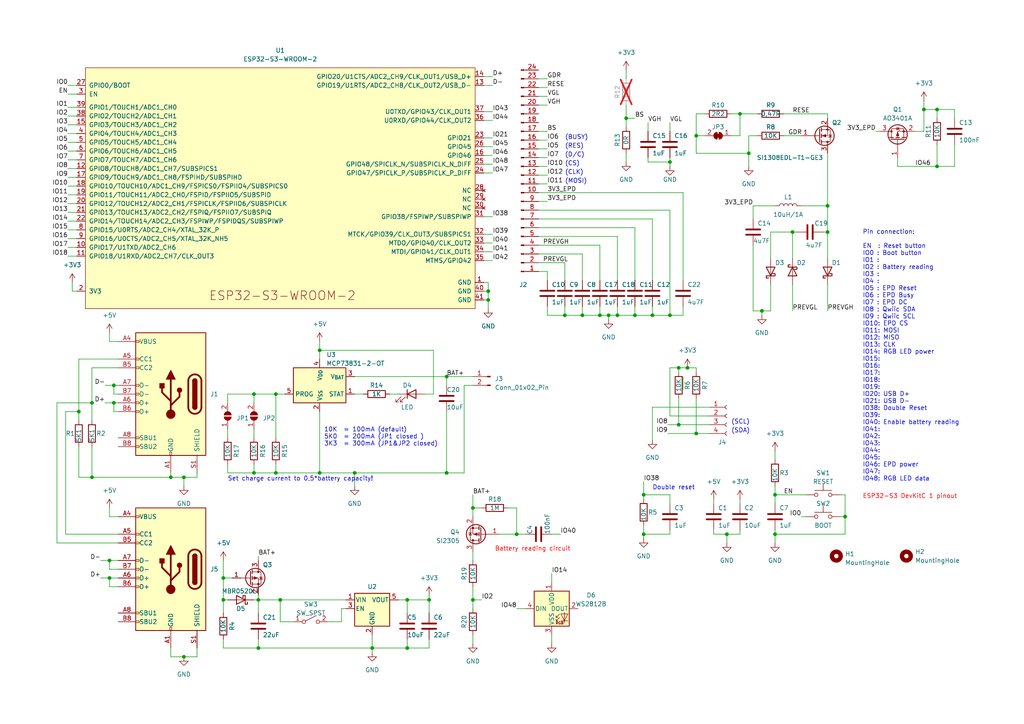
<source format=kicad_sch>
(kicad_sch (version 20230121) (generator eeschema)
  (paper "A4")
  (junction (at 129.54 137.16))
  (junction (at 141.605 86.995))
  (junction (at 92.71 101.6))
  (junction (at 229.87 67.31))
  (junction (at 49.53 138.43))
  (junction (at 214.63 33.02))
  (junction (at 124.46 173.99))
  (junction (at 194.31 46.99))
  (junction (at 31.75 167.64))
  (junction (at 176.53 91.44))
  (junction (at 189.23 91.44))
  (junction (at 267.97 31.75))
  (junction (at 118.11 173.99))
  (junction (at 22.86 119.38))
  (junction (at 64.77 167.64))
  (junction (at 31.75 162.56))
  (junction (at 199.39 106.68))
  (junction (at 245.11 149.86))
  (junction (at 149.86 154.94))
  (junction (at 240.03 59.69))
  (junction (at 33.02 116.84))
  (junction (at 210.82 154.94))
  (junction (at 137.16 147.32))
  (junction (at 137.16 173.99))
  (junction (at 74.93 173.99))
  (junction (at 73.66 137.16))
  (junction (at 173.99 91.44))
  (junction (at 196.85 123.19))
  (junction (at 179.07 91.44))
  (junction (at 201.93 39.37))
  (junction (at 102.87 137.16))
  (junction (at 240.03 67.31))
  (junction (at 129.54 109.22))
  (junction (at 163.83 91.44))
  (junction (at 26.67 116.84))
  (junction (at 168.91 91.44))
  (junction (at 181.61 34.29))
  (junction (at 141.605 84.455))
  (junction (at 224.79 143.51))
  (junction (at 271.78 31.75))
  (junction (at 220.98 90.17))
  (junction (at 53.34 138.43))
  (junction (at 80.01 137.16))
  (junction (at 186.69 154.94))
  (junction (at 184.15 91.44))
  (junction (at 53.34 190.5))
  (junction (at 201.93 125.73))
  (junction (at 196.85 106.68))
  (junction (at 186.69 143.51))
  (junction (at 118.11 187.96))
  (junction (at 33.02 111.76))
  (junction (at 73.66 114.3))
  (junction (at 194.31 91.44))
  (junction (at 74.93 187.96))
  (junction (at 80.01 114.3))
  (junction (at 224.79 154.94))
  (junction (at 81.28 173.99))
  (junction (at 92.71 137.16))
  (junction (at 26.67 138.43))
  (junction (at 107.95 187.96))
  (junction (at 64.77 173.99))
  (junction (at 271.78 48.26))
  (junction (at 217.17 44.45))
  (wire (pts (xy 125.73 101.6) (xy 92.71 101.6)))
  (wire (pts (xy 201.93 115.57) (xy 201.93 125.73)))
  (wire (pts (xy 74.93 173.99) (xy 74.93 177.8)))
  (wire (pts (xy 160.02 184.15) (xy 160.02 186.69)))
  (wire (pts (xy 223.52 74.93) (xy 223.52 67.31)))
  (wire (pts (xy 19.685 66.675) (xy 22.225 66.675)))
  (wire (pts (xy 73.66 173.99) (xy 74.93 173.99)))
  (wire (pts (xy 207.01 144.78) (xy 207.01 146.05)))
  (wire (pts (xy 276.86 34.29) (xy 276.86 31.75)))
  (wire (pts (xy 156.21 30.48) (xy 158.75 30.48)))
  (wire (pts (xy 201.93 44.45) (xy 217.17 44.45)))
  (wire (pts (xy 92.71 99.06) (xy 92.71 101.6)))
  (wire (pts (xy 57.15 190.5) (xy 57.15 187.96)))
  (wire (pts (xy 118.11 185.42) (xy 118.11 187.96)))
  (wire (pts (xy 156.21 50.8) (xy 158.75 50.8)))
  (wire (pts (xy 267.97 38.1) (xy 267.97 31.75)))
  (wire (pts (xy 64.77 187.96) (xy 74.93 187.96)))
  (wire (pts (xy 19.685 51.435) (xy 22.225 51.435)))
  (wire (pts (xy 176.53 91.44) (xy 179.07 91.44)))
  (wire (pts (xy 240.03 82.55) (xy 240.03 90.17)))
  (wire (pts (xy 19.685 74.295) (xy 22.225 74.295)))
  (wire (pts (xy 92.71 101.6) (xy 92.71 104.14)))
  (wire (pts (xy 26.67 121.92) (xy 26.67 116.84)))
  (wire (pts (xy 156.21 66.04) (xy 184.15 66.04)))
  (wire (pts (xy 57.15 137.16) (xy 57.15 138.43)))
  (wire (pts (xy 134.62 111.76) (xy 134.62 137.16)))
  (wire (pts (xy 34.29 99.06) (xy 31.75 99.06)))
  (wire (pts (xy 218.44 90.17) (xy 220.98 90.17)))
  (wire (pts (xy 74.93 172.72) (xy 74.93 173.99)))
  (wire (pts (xy 179.07 68.58) (xy 179.07 81.28)))
  (wire (pts (xy 156.21 27.94) (xy 158.75 27.94)))
  (wire (pts (xy 140.335 40.005) (xy 142.875 40.005)))
  (wire (pts (xy 260.35 48.26) (xy 271.78 48.26)))
  (wire (pts (xy 19.685 71.755) (xy 22.225 71.755)))
  (wire (pts (xy 232.41 149.86) (xy 233.68 149.86)))
  (wire (pts (xy 19.685 43.815) (xy 22.225 43.815)))
  (wire (pts (xy 118.11 173.99) (xy 118.11 177.8)))
  (wire (pts (xy 31.75 170.18) (xy 31.75 167.64)))
  (wire (pts (xy 196.85 115.57) (xy 196.85 123.19)))
  (wire (pts (xy 194.31 46.99) (xy 194.31 48.26)))
  (wire (pts (xy 156.21 43.18) (xy 158.75 43.18)))
  (wire (pts (xy 31.75 149.86) (xy 31.75 147.32)))
  (wire (pts (xy 223.52 82.55) (xy 223.52 90.17)))
  (wire (pts (xy 137.16 173.99) (xy 139.7 173.99)))
  (wire (pts (xy 33.02 116.84) (xy 34.29 116.84)))
  (wire (pts (xy 34.29 154.94) (xy 19.05 154.94)))
  (wire (pts (xy 81.28 173.99) (xy 81.28 180.34)))
  (wire (pts (xy 201.93 39.37) (xy 201.93 44.45)))
  (wire (pts (xy 168.91 88.9) (xy 168.91 91.44)))
  (wire (pts (xy 129.54 109.22) (xy 129.54 111.76)))
  (wire (pts (xy 74.93 185.42) (xy 74.93 187.96)))
  (wire (pts (xy 179.07 91.44) (xy 184.15 91.44)))
  (wire (pts (xy 137.16 170.18) (xy 137.16 173.99)))
  (wire (pts (xy 218.44 59.69) (xy 218.44 63.5)))
  (wire (pts (xy 33.02 111.76) (xy 33.02 114.3)))
  (wire (pts (xy 149.86 154.94) (xy 152.4 154.94)))
  (wire (pts (xy 198.12 109.22) (xy 198.12 113.03)))
  (wire (pts (xy 196.85 123.19) (xy 205.74 123.19)))
  (wire (pts (xy 223.52 67.31) (xy 229.87 67.31)))
  (wire (pts (xy 30.48 116.84) (xy 33.02 116.84)))
  (wire (pts (xy 22.86 119.38) (xy 22.86 121.92)))
  (wire (pts (xy 238.76 67.31) (xy 240.03 67.31)))
  (wire (pts (xy 229.87 67.31) (xy 231.14 67.31)))
  (wire (pts (xy 34.29 170.18) (xy 31.75 170.18)))
  (wire (pts (xy 147.32 147.32) (xy 149.86 147.32)))
  (wire (pts (xy 29.21 167.64) (xy 31.75 167.64)))
  (wire (pts (xy 74.93 161.29) (xy 74.93 162.56)))
  (wire (pts (xy 181.61 44.45) (xy 181.61 46.99)))
  (wire (pts (xy 156.21 38.1) (xy 158.75 38.1)))
  (wire (pts (xy 198.12 91.44) (xy 194.31 91.44)))
  (wire (pts (xy 217.17 39.37) (xy 217.17 44.45)))
  (wire (pts (xy 179.07 88.9) (xy 179.07 91.44)))
  (wire (pts (xy 137.16 111.76) (xy 134.62 111.76)))
  (wire (pts (xy 186.69 143.51) (xy 186.69 144.78)))
  (wire (pts (xy 141.605 81.915) (xy 141.605 84.455)))
  (wire (pts (xy 232.41 59.69) (xy 240.03 59.69)))
  (wire (pts (xy 224.79 143.51) (xy 224.79 146.05)))
  (wire (pts (xy 19.685 31.115) (xy 22.225 31.115)))
  (wire (pts (xy 156.21 48.26) (xy 158.75 48.26)))
  (wire (pts (xy 19.685 56.515) (xy 22.225 56.515)))
  (wire (pts (xy 176.53 91.44) (xy 176.53 92.71)))
  (wire (pts (xy 33.02 116.84) (xy 33.02 119.38)))
  (wire (pts (xy 74.93 173.99) (xy 81.28 173.99)))
  (wire (pts (xy 240.03 33.02) (xy 240.03 34.29)))
  (wire (pts (xy 140.335 73.025) (xy 142.875 73.025)))
  (wire (pts (xy 129.54 137.16) (xy 129.54 119.38)))
  (wire (pts (xy 224.79 153.67) (xy 224.79 154.94)))
  (wire (pts (xy 271.78 48.26) (xy 271.78 41.91)))
  (wire (pts (xy 156.21 60.96) (xy 194.31 60.96)))
  (wire (pts (xy 22.86 104.14) (xy 22.86 119.38)))
  (wire (pts (xy 107.95 187.96) (xy 107.95 189.23)))
  (wire (pts (xy 66.04 134.62) (xy 66.04 137.16)))
  (wire (pts (xy 102.87 114.3) (xy 105.41 114.3)))
  (wire (pts (xy 229.87 67.31) (xy 229.87 74.93)))
  (wire (pts (xy 227.33 39.37) (xy 232.41 39.37)))
  (wire (pts (xy 137.16 184.15) (xy 137.16 186.69)))
  (wire (pts (xy 137.16 143.51) (xy 137.16 147.32)))
  (wire (pts (xy 201.93 33.02) (xy 201.93 39.37)))
  (wire (pts (xy 186.69 154.94) (xy 186.69 156.21)))
  (wire (pts (xy 186.69 152.4) (xy 186.69 154.94)))
  (wire (pts (xy 156.21 63.5) (xy 189.23 63.5)))
  (wire (pts (xy 64.77 167.64) (xy 64.77 173.99)))
  (wire (pts (xy 140.335 86.995) (xy 141.605 86.995)))
  (wire (pts (xy 184.15 91.44) (xy 189.23 91.44)))
  (wire (pts (xy 196.85 107.95) (xy 196.85 106.68)))
  (wire (pts (xy 102.87 109.22) (xy 129.54 109.22)))
  (wire (pts (xy 158.75 78.74) (xy 156.21 78.74)))
  (wire (pts (xy 73.66 124.46) (xy 73.66 127)))
  (wire (pts (xy 163.83 91.44) (xy 168.91 91.44)))
  (wire (pts (xy 168.91 73.66) (xy 168.91 81.28)))
  (wire (pts (xy 22.86 138.43) (xy 26.67 138.43)))
  (wire (pts (xy 219.71 39.37) (xy 217.17 39.37)))
  (wire (pts (xy 66.04 114.3) (xy 73.66 114.3)))
  (wire (pts (xy 53.34 190.5) (xy 57.15 190.5)))
  (wire (pts (xy 118.11 187.96) (xy 107.95 187.96)))
  (wire (pts (xy 92.71 119.38) (xy 92.71 137.16)))
  (wire (pts (xy 140.335 42.545) (xy 142.875 42.545)))
  (wire (pts (xy 173.99 71.12) (xy 173.99 81.28)))
  (wire (pts (xy 26.67 116.84) (xy 26.67 106.68)))
  (wire (pts (xy 22.225 84.455) (xy 20.955 84.455)))
  (wire (pts (xy 64.77 167.64) (xy 67.31 167.64)))
  (wire (pts (xy 53.34 138.43) (xy 57.15 138.43)))
  (wire (pts (xy 181.61 34.29) (xy 181.61 36.83)))
  (wire (pts (xy 49.53 187.96) (xy 49.53 190.5)))
  (wire (pts (xy 102.87 137.16) (xy 102.87 140.97)))
  (wire (pts (xy 220.98 91.44) (xy 220.98 90.17)))
  (wire (pts (xy 181.61 34.29) (xy 184.15 34.29)))
  (wire (pts (xy 137.16 147.32) (xy 139.7 147.32)))
  (wire (pts (xy 81.28 173.99) (xy 100.33 173.99)))
  (wire (pts (xy 212.09 39.37) (xy 214.63 39.37)))
  (wire (pts (xy 124.46 172.72) (xy 124.46 173.99)))
  (wire (pts (xy 16.51 157.48) (xy 16.51 116.84)))
  (wire (pts (xy 186.69 154.94) (xy 194.31 154.94)))
  (wire (pts (xy 140.335 70.485) (xy 142.875 70.485)))
  (wire (pts (xy 205.74 120.65) (xy 194.31 120.65)))
  (wire (pts (xy 19.685 46.355) (xy 22.225 46.355)))
  (wire (pts (xy 224.79 143.51) (xy 233.68 143.51)))
  (wire (pts (xy 254 38.1) (xy 255.27 38.1)))
  (wire (pts (xy 31.75 162.56) (xy 34.29 162.56)))
  (wire (pts (xy 271.78 34.29) (xy 271.78 31.75)))
  (wire (pts (xy 245.11 154.94) (xy 245.11 149.86)))
  (wire (pts (xy 107.95 184.15) (xy 107.95 187.96)))
  (wire (pts (xy 267.97 31.75) (xy 267.97 29.21)))
  (wire (pts (xy 243.84 143.51) (xy 245.11 143.51)))
  (wire (pts (xy 92.71 137.16) (xy 102.87 137.16)))
  (wire (pts (xy 19.685 36.195) (xy 22.225 36.195)))
  (wire (pts (xy 156.21 22.86) (xy 158.75 22.86)))
  (wire (pts (xy 113.03 114.3) (xy 115.57 114.3)))
  (wire (pts (xy 158.75 78.74) (xy 158.75 81.28)))
  (wire (pts (xy 184.15 88.9) (xy 184.15 91.44)))
  (wire (pts (xy 140.335 45.085) (xy 142.875 45.085)))
  (wire (pts (xy 156.21 25.4) (xy 158.75 25.4)))
  (wire (pts (xy 137.16 147.32) (xy 137.16 149.86)))
  (wire (pts (xy 99.06 180.34) (xy 99.06 176.53)))
  (wire (pts (xy 66.04 137.16) (xy 73.66 137.16)))
  (wire (pts (xy 158.75 91.44) (xy 163.83 91.44)))
  (wire (pts (xy 187.96 46.99) (xy 194.31 46.99)))
  (wire (pts (xy 137.16 173.99) (xy 137.16 176.53)))
  (wire (pts (xy 218.44 71.12) (xy 218.44 90.17)))
  (wire (pts (xy 34.29 165.1) (xy 31.75 165.1)))
  (wire (pts (xy 223.52 90.17) (xy 220.98 90.17)))
  (wire (pts (xy 189.23 63.5) (xy 189.23 81.28)))
  (wire (pts (xy 30.48 111.76) (xy 33.02 111.76)))
  (wire (pts (xy 201.93 125.73) (xy 205.74 125.73)))
  (wire (pts (xy 53.34 138.43) (xy 53.34 140.97)))
  (wire (pts (xy 34.29 104.14) (xy 22.86 104.14)))
  (wire (pts (xy 194.31 35.56) (xy 194.31 38.1)))
  (wire (pts (xy 22.86 129.54) (xy 22.86 138.43)))
  (wire (pts (xy 19.05 154.94) (xy 19.05 119.38)))
  (wire (pts (xy 140.335 67.945) (xy 142.875 67.945)))
  (wire (pts (xy 243.84 149.86) (xy 245.11 149.86)))
  (wire (pts (xy 201.93 107.95) (xy 201.93 106.68)))
  (wire (pts (xy 276.86 31.75) (xy 271.78 31.75)))
  (wire (pts (xy 64.77 162.56) (xy 64.77 167.64)))
  (wire (pts (xy 124.46 187.96) (xy 118.11 187.96)))
  (wire (pts (xy 187.96 35.56) (xy 187.96 38.1)))
  (wire (pts (xy 267.97 31.75) (xy 271.78 31.75)))
  (wire (pts (xy 73.66 134.62) (xy 73.66 137.16)))
  (wire (pts (xy 173.99 91.44) (xy 176.53 91.44)))
  (wire (pts (xy 224.79 154.94) (xy 224.79 157.48)))
  (wire (pts (xy 20.955 84.455) (xy 20.955 81.915)))
  (wire (pts (xy 19.685 59.055) (xy 22.225 59.055)))
  (wire (pts (xy 210.82 154.94) (xy 210.82 157.48)))
  (wire (pts (xy 31.75 96.52) (xy 31.75 99.06)))
  (wire (pts (xy 207.01 153.67) (xy 207.01 154.94)))
  (wire (pts (xy 29.21 162.56) (xy 31.75 162.56)))
  (wire (pts (xy 194.31 45.72) (xy 194.31 46.99)))
  (wire (pts (xy 19.05 119.38) (xy 22.86 119.38)))
  (wire (pts (xy 49.53 138.43) (xy 53.34 138.43)))
  (wire (pts (xy 214.63 33.02) (xy 219.71 33.02)))
  (wire (pts (xy 49.53 137.16) (xy 49.53 138.43)))
  (wire (pts (xy 80.01 114.3) (xy 82.55 114.3)))
  (wire (pts (xy 160.02 154.94) (xy 162.56 154.94)))
  (wire (pts (xy 102.87 137.16) (xy 129.54 137.16)))
  (wire (pts (xy 19.685 38.735) (xy 22.225 38.735)))
  (wire (pts (xy 34.29 157.48) (xy 16.51 157.48)))
  (wire (pts (xy 224.79 140.97) (xy 224.79 143.51)))
  (wire (pts (xy 240.03 59.69) (xy 240.03 67.31)))
  (wire (pts (xy 260.35 45.72) (xy 260.35 48.26)))
  (wire (pts (xy 33.02 111.76) (xy 34.29 111.76)))
  (wire (pts (xy 49.53 190.5) (xy 53.34 190.5)))
  (wire (pts (xy 194.31 106.68) (xy 196.85 106.68)))
  (wire (pts (xy 31.75 162.56) (xy 31.75 165.1)))
  (wire (pts (xy 19.685 48.895) (xy 22.225 48.895)))
  (wire (pts (xy 156.21 76.2) (xy 163.83 76.2)))
  (wire (pts (xy 193.675 123.19) (xy 196.85 123.19)))
  (wire (pts (xy 245.11 143.51) (xy 245.11 149.86)))
  (wire (pts (xy 156.21 71.12) (xy 173.99 71.12)))
  (wire (pts (xy 196.85 106.68) (xy 199.39 106.68)))
  (wire (pts (xy 217.17 44.45) (xy 217.17 48.26)))
  (wire (pts (xy 212.09 33.02) (xy 214.63 33.02)))
  (wire (pts (xy 204.47 33.02) (xy 201.93 33.02)))
  (wire (pts (xy 193.675 125.73) (xy 201.93 125.73)))
  (wire (pts (xy 198.12 88.9) (xy 198.12 91.44)))
  (wire (pts (xy 19.685 41.275) (xy 22.225 41.275)))
  (wire (pts (xy 227.33 33.02) (xy 240.03 33.02)))
  (wire (pts (xy 115.57 173.99) (xy 118.11 173.99)))
  (wire (pts (xy 156.21 58.42) (xy 158.75 58.42)))
  (wire (pts (xy 141.605 86.995) (xy 141.605 89.535)))
  (wire (pts (xy 163.83 76.2) (xy 163.83 81.28)))
  (wire (pts (xy 189.23 118.11) (xy 189.23 127.635)))
  (wire (pts (xy 156.21 45.72) (xy 158.75 45.72)))
  (wire (pts (xy 149.86 147.32) (xy 149.86 154.94)))
  (wire (pts (xy 26.67 129.54) (xy 26.67 138.43)))
  (wire (pts (xy 201.93 106.68) (xy 199.39 106.68)))
  (wire (pts (xy 129.54 109.22) (xy 137.16 109.22)))
  (wire (pts (xy 80.01 137.16) (xy 92.71 137.16)))
  (wire (pts (xy 168.91 91.44) (xy 173.99 91.44)))
  (wire (pts (xy 194.31 120.65) (xy 194.31 106.68)))
  (wire (pts (xy 74.93 187.96) (xy 107.95 187.96)))
  (wire (pts (xy 229.87 82.55) (xy 229.87 90.17)))
  (wire (pts (xy 19.685 53.975) (xy 22.225 53.975)))
  (wire (pts (xy 140.335 34.925) (xy 142.875 34.925)))
  (wire (pts (xy 276.86 48.26) (xy 271.78 48.26)))
  (wire (pts (xy 186.69 139.7) (xy 186.69 143.51)))
  (wire (pts (xy 34.29 114.3) (xy 33.02 114.3)))
  (wire (pts (xy 240.03 44.45) (xy 240.03 59.69)))
  (wire (pts (xy 224.79 154.94) (xy 245.11 154.94)))
  (wire (pts (xy 156.21 73.66) (xy 168.91 73.66)))
  (wire (pts (xy 73.66 137.16) (xy 80.01 137.16)))
  (wire (pts (xy 160.02 166.37) (xy 160.02 168.91)))
  (wire (pts (xy 140.335 75.565) (xy 142.875 75.565)))
  (wire (pts (xy 140.335 47.625) (xy 142.875 47.625)))
  (wire (pts (xy 184.15 66.04) (xy 184.15 81.28)))
  (wire (pts (xy 201.93 39.37) (xy 204.47 39.37)))
  (wire (pts (xy 198.12 81.28) (xy 198.12 55.88)))
  (wire (pts (xy 156.21 68.58) (xy 179.07 68.58)))
  (wire (pts (xy 125.73 114.3) (xy 125.73 101.6)))
  (wire (pts (xy 123.19 114.3) (xy 125.73 114.3)))
  (wire (pts (xy 224.79 130.81) (xy 224.79 133.35)))
  (wire (pts (xy 187.96 45.72) (xy 187.96 46.99)))
  (wire (pts (xy 73.66 116.84) (xy 73.66 114.3)))
  (wire (pts (xy 140.335 62.865) (xy 142.875 62.865)))
  (wire (pts (xy 158.75 88.9) (xy 158.75 91.44)))
  (wire (pts (xy 194.31 146.05) (xy 194.31 143.51)))
  (wire (pts (xy 124.46 185.42) (xy 124.46 187.96)))
  (wire (pts (xy 140.335 84.455) (xy 141.605 84.455)))
  (wire (pts (xy 205.74 118.11) (xy 189.23 118.11)))
  (wire (pts (xy 240.03 67.31) (xy 240.03 74.93)))
  (wire (pts (xy 210.82 154.94) (xy 214.63 154.94)))
  (wire (pts (xy 140.335 50.165) (xy 142.875 50.165)))
  (wire (pts (xy 118.11 173.99) (xy 124.46 173.99)))
  (wire (pts (xy 31.75 167.64) (xy 34.29 167.64)))
  (wire (pts (xy 156.21 53.34) (xy 158.75 53.34)))
  (wire (pts (xy 181.61 30.48) (xy 181.61 34.29)))
  (wire (pts (xy 95.25 180.34) (xy 99.06 180.34)))
  (wire (pts (xy 214.63 154.94) (xy 214.63 153.67)))
  (wire (pts (xy 134.62 137.16) (xy 129.54 137.16)))
  (wire (pts (xy 64.77 173.99) (xy 64.77 177.8)))
  (wire (pts (xy 156.21 40.64) (xy 158.75 40.64)))
  (wire (pts (xy 189.23 91.44) (xy 189.23 88.9)))
  (wire (pts (xy 19.685 33.655) (xy 22.225 33.655)))
  (wire (pts (xy 64.77 185.42) (xy 64.77 187.96)))
  (wire (pts (xy 73.66 114.3) (xy 80.01 114.3)))
  (wire (pts (xy 19.685 27.305) (xy 22.225 27.305)))
  (wire (pts (xy 19.685 64.135) (xy 22.225 64.135)))
  (wire (pts (xy 186.69 143.51) (xy 194.31 143.51)))
  (wire (pts (xy 26.67 106.68) (xy 34.29 106.68)))
  (wire (pts (xy 214.63 39.37) (xy 214.63 33.02)))
  (wire (pts (xy 80.01 134.62) (xy 80.01 137.16)))
  (wire (pts (xy 99.06 176.53) (xy 100.33 176.53)))
  (wire (pts (xy 66.04 124.46) (xy 66.04 127)))
  (wire (pts (xy 16.51 116.84) (xy 26.67 116.84)))
  (wire (pts (xy 141.605 84.455) (xy 141.605 86.995)))
  (wire (pts (xy 34.29 119.38) (xy 33.02 119.38)))
  (wire (pts (xy 80.01 127) (xy 80.01 114.3)))
  (wire (pts (xy 137.16 160.02) (xy 137.16 162.56)))
  (wire (pts (xy 124.46 173.99) (xy 124.46 177.8)))
  (wire (pts (xy 64.77 173.99) (xy 66.04 173.99)))
  (wire (pts (xy 194.31 91.44) (xy 189.23 91.44)))
  (wire (pts (xy 140.335 24.765) (xy 142.875 24.765)))
  (wire (pts (xy 26.67 138.43) (xy 49.53 138.43)))
  (wire (pts (xy 144.78 154.94) (xy 149.86 154.94)))
  (wire (pts (xy 19.685 24.765) (xy 22.225 24.765)))
  (wire (pts (xy 163.83 88.9) (xy 163.83 91.44)))
  (wire (pts (xy 34.29 149.86) (xy 31.75 149.86)))
  (wire (pts (xy 19.685 61.595) (xy 22.225 61.595)))
  (wire (pts (xy 173.99 88.9) (xy 173.99 91.44)))
  (wire (pts (xy 198.12 55.88) (xy 156.21 55.88)))
  (wire (pts (xy 66.04 116.84) (xy 66.04 114.3)))
  (wire (pts (xy 265.43 38.1) (xy 267.97 38.1)))
  (wire (pts (xy 149.86 176.53) (xy 152.4 176.53)))
  (wire (pts (xy 19.685 69.215) (xy 22.225 69.215)))
  (wire (pts (xy 140.335 22.225) (xy 142.875 22.225)))
  (wire (pts (xy 214.63 144.78) (xy 214.63 146.05)))
  (wire (pts (xy 81.28 180.34) (xy 85.09 180.34)))
  (wire (pts (xy 181.61 20.32) (xy 181.61 22.86)))
  (wire (pts (xy 194.31 153.67) (xy 194.31 154.94)))
  (wire (pts (xy 194.31 60.96) (xy 194.31 91.44)))
  (wire (pts (xy 140.335 81.915) (xy 141.605 81.915)))
  (wire (pts (xy 207.01 154.94) (xy 210.82 154.94)))
  (wire (pts (xy 140.335 32.385) (xy 142.875 32.385)))
  (wire (pts (xy 276.86 41.91) (xy 276.86 48.26)))
  (wire (pts (xy 218.44 59.69) (xy 224.79 59.69)))
  (text "(RES)\n" (at 163.83 43.18 0) (effects (font (size 1.27 1.27)) (justify left bottom)))
  (text "(D/C)\n" (at 163.83 45.72 0) (effects (font (size 1.27 1.27)) (justify left bottom)))
  (text "Battery reading circuit" (at 143.51 160.02 0) (effects (font (size 1.27 1.27)) (justify left bottom)))
  (text "(SCL)" (at 212.09 123.19 0) (effects (font (size 1.27 1.27)) (justify left bottom)))
  (text "(CLK)\n" (at 163.83 50.8 0) (effects (font (size 1.27 1.27)) (justify left bottom)))
  (text "(SDA)\n" (at 212.09 125.73 0) (effects (font (size 1.27 1.27)) (justify left bottom)))
  (text "10K  = 100mA (default)\n5K0  = 200mA (JP1 closed )\n3K3  = 300mA (JP1&JP2 closed)" (at 93.98 129.54 0) (effects (font (size 1.27 1.27)) (justify left bottom)))
  (text "(BUSY)" (at 163.83 40.64 0) (effects (font (size 1.27 1.27)) (justify left bottom)))
  (text "Double reset" (at 189.23 142.24 0) (effects (font (size 1.27 1.27)) (justify left bottom)))
  (text "(MOSI)\n" (at 163.83 53.34 0) (effects (font (size 1.27 1.27)) (justify left bottom)))
  (text "Set charge current to 0,5*battery capacity!" (at 66.04 139.7 0) (effects (font (size 1.27 1.27)) (justify left bottom)))
  (text "Pin connection: \n\nEN  : Reset button\nIO0 : Boot button\nIO1 :\nIO2 : Battery reading\nIO3 : \nIO4 : \nIO5 : EPD Reset\nIO6 : EPD Busy \nIO7 : EPD DC\nIO8 : Qwiic SDA\nIO9 : Qwiic SCL\nIO10: EPD CS\nIO11: MOSI\nIO12: MISO\nIO13: CLK\nIO14: RGB LED power\nIO15: \nIO16: \nIO17:\nIO18: \nIO19:\nIO20: USB D+\nIO21: USB D-\nIO38: Double Reset\nIO39: \nIO40: Enable battery reading\nIO41: \nIO42: \nIO43: \nIO44:\nIO45:\nIO46: EPD power\nIO47:\nIO48: RGB LED data\n" (at 250.19 139.7 0) (effects (font (size 1.27 1.27)) (justify left bottom)))
  (text "(CS)\n" (at 163.83 48.26 0) (effects (font (size 1.27 1.27)) (justify left bottom)))
  (text "ESP32-S3 DevKitC 1 pinout" (at 250.19 144.78 0) (effects (font (size 1.27 1.27)) (justify left bottom)))
  (label "IO10" (at 19.685 53.975 180))
  (label "VGH" (at 187.96 35.56 0))
  (label "IO44" (at 142.875 34.925 0))
  (label "IO40" (at 142.875 70.485 0))
  (label "D-" (at 142.875 24.765 0))
  (label "GDR" (at 228.6 39.37 0))
  (label "BS" (at 184.15 34.29 0))
  (label "IO0" (at 19.685 24.765 180))
  (label "BAT+" (at 129.54 109.22 0))
  (label "BAT+" (at 74.93 161.29 0))
  (label "IO8" (at 193.675 123.19 180))
  (label "PREVGL" (at 229.87 90.17 0))
  (label "PREVGL" (at 157.48 76.2 0))
  (label "IO48" (at 142.875 47.625 0))
  (label "3V3_EPD" (at 158.75 55.88 0))
  (label "IO48" (at 149.86 176.53 180))
  (label "IO2" (at 139.7 173.99 0))
  (label "3V3_EPD" (at 254 38.1 180))
  (label "BS" (at 158.75 38.1 0))
  (label "IO38" (at 142.875 62.865 0))
  (label "VGL" (at 194.31 35.56 0))
  (label "D-" (at 29.21 162.56 180))
  (label "3V3_EPD" (at 158.75 58.42 0))
  (label "IO41" (at 142.875 73.025 0))
  (label "RESE" (at 229.87 33.02 0))
  (label "IO12" (at 19.685 59.055 180))
  (label "PREVGH" (at 240.03 90.17 0))
  (label "PREVGH" (at 157.48 71.12 0))
  (label "IO7" (at 158.75 45.72 0))
  (label "IO39" (at 142.875 67.945 0))
  (label "IO45" (at 142.875 42.545 0))
  (label "IO15" (at 19.685 66.675 180))
  (label "BAT+" (at 137.16 143.51 0))
  (label "IO14" (at 19.685 64.135 180))
  (label "3V3_EPD" (at 218.44 59.69 180))
  (label "IO9" (at 193.675 125.73 180))
  (label "IO42" (at 142.875 75.565 0))
  (label "IO5" (at 158.75 43.18 0))
  (label "IO46" (at 142.875 45.085 0))
  (label "IO2" (at 19.685 33.655 180))
  (label "IO16" (at 19.685 69.215 180))
  (label "IO5" (at 19.685 41.275 180))
  (label "IO12" (at 158.75 50.8 0))
  (label "IO3" (at 19.685 36.195 180))
  (label "D+" (at 29.21 167.64 180))
  (label "IO7" (at 19.685 46.355 180))
  (label "IO46" (at 265.43 48.26 0))
  (label "IO21" (at 142.875 40.005 0))
  (label "EN" (at 227.33 143.51 0))
  (label "IO1" (at 19.685 31.115 180))
  (label "D+" (at 142.875 22.225 0))
  (label "IO38" (at 186.69 139.7 0))
  (label "IO13" (at 19.685 61.595 180))
  (label "IO43" (at 142.875 32.385 0))
  (label "IO47" (at 142.875 50.165 0))
  (label "D-" (at 30.48 111.76 180))
  (label "GDR" (at 158.75 22.86 0))
  (label "D+" (at 30.48 116.84 180))
  (label "IO17" (at 19.685 71.755 180))
  (label "IO9" (at 19.685 51.435 180))
  (label "IO40" (at 162.56 154.94 0))
  (label "IO11" (at 19.685 56.515 180))
  (label "VGL" (at 158.75 27.94 0))
  (label "IO6" (at 158.75 40.64 0))
  (label "EN" (at 19.685 27.305 180))
  (label "IO11" (at 158.75 53.34 0))
  (label "IO18" (at 19.685 74.295 180))
  (label "VGH" (at 158.75 30.48 0))
  (label "IO4" (at 19.685 38.735 180))
  (label "IO0" (at 232.41 149.86 180))
  (label "RESE" (at 158.75 25.4 0))
  (label "IO6" (at 19.685 43.815 180))
  (label "IO10" (at 158.75 48.26 0))
  (label "IO8" (at 19.685 48.895 180))
  (label "IO14" (at 160.02 166.37 0))
  (symbol (lib_id "Device:C") (at 218.44 67.31 0) (unit 1)
    (property "Reference" "C14" (at 219.71 64.77 0) (effects (justify left)))
    (property "Value" "4u7F" (at 218.44 69.85 0) (effects (justify left)))
    (property "Footprint" "Capacitor_SMD:C_0805_2012Metric" (effects hide))
  )
  (symbol (lib_id "Device:R") (at 208.28 33.02 270) (unit 1)
    (property "Reference" "R10" (at 208.28 30.48 90))
    (property "Value" "2R2" (at 208.28 33.02 90))
    (property "Footprint" "Resistor_SMD:R_0805_2012Metric" (effects hide))
  )
  (symbol (lib_id "power:+3V3") (at 214.63 144.78 0) (unit 1)
    (property "Reference" "#PWR09" (effects hide))
    (property "Value" "+3V3" (at 214.63 139.7 0))
  )
  (symbol (lib_id "Device:R") (at 64.77 181.61 180) (unit 1)
    (property "Reference" "R4" (at 67.31 181.61 90))
    (property "Value" "10K" (at 64.77 181.61 90))
    (property "Footprint" "Resistor_SMD:R_0805_2012Metric" (effects hide))
  )
  (symbol (lib_id "Device:C") (at 194.31 41.91 0) (unit 1)
    (property "Reference" "C16" (at 195.58 39.37 0) (effects (justify left)))
    (property "Value" "1uF" (at 195.58 44.45 0) (effects (justify left)))
    (property "Footprint" "Capacitor_SMD:C_0805_2012Metric" (effects hide))
  )
  (symbol (lib_id "power:GND") (at 194.31 48.26 0) (unit 1)
    (property "Reference" "#PWR019" (effects hide))
    (property "Value" "GND" (at 194.31 52.07 0))
  )
  (symbol (lib_id "Device:R") (at 109.22 114.3 270) (unit 1)
    (property "Reference" "R14" (at 109.22 111.76 90))
    (property "Value" "1K" (at 109.22 114.3 90))
    (property "Footprint" "Resistor_SMD:R_0805_2012Metric" (effects hide))
  )
  (symbol (lib_id "power:GND") (at 107.95 189.23 0) (unit 1)
    (property "Reference" "#PWR013" (effects hide))
    (property "Value" "GND" (at 107.95 194.31 0))
  )
  (symbol (lib_id "Device:R") (at 80.01 130.81 180) (unit 1)
    (property "Reference" "R15" (at 82.55 130.81 90))
    (property "Value" "10K" (at 80.01 130.81 90))
    (property "Footprint" "Resistor_SMD:R_0805_2012Metric" (effects hide))
  )
  (symbol (lib_id "Switch:SW_Push") (at 238.76 143.51 0) (unit 1)
    (property "Reference" "SW1" (at 238.76 137.16 0))
    (property "Value" "RESET" (at 238.76 139.7 0))
    (property "Footprint" "Button_Switch_SMD:SW_Push_1P1T_NO_CK_KMR2" (effects hide))
  )
  (symbol (lib_id "Device:C") (at 158.75 85.09 0) (unit 1)
    (property "Reference" "C10" (at 160.02 82.55 0) (effects (justify left)))
    (property "Value" "1uF" (at 160.02 87.63 0) (effects (justify left)))
    (property "Footprint" "Capacitor_SMD:C_0805_2012Metric" (effects hide))
  )
  (symbol (lib_id "power:+5V") (at 31.75 96.52 0) (unit 1)
    (property "Reference" "#PWR01" (effects hide))
    (property "Value" "+5V" (at 31.75 91.44 0))
  )
  (symbol (lib_id "Device:C") (at 214.63 149.86 0) (unit 1)
    (property "Reference" "C2" (at 215.9 147.32 0) (effects (justify left)))
    (property "Value" "10uF" (at 215.9 152.4 0) (effects (justify left)))
    (property "Footprint" "Capacitor_SMD:C_0805_2012Metric" (effects hide))
  )
  (symbol (lib_id "Diode:MBR0520LT") (at 69.85 173.99 180) (unit 1)
    (property "Reference" "D5" (at 69.85 176.53 0))
    (property "Value" "MBR0520LT" (at 69.85 171.45 0))
    (property "Footprint" "Diode_SMD:D_SOD-123" (effects hide))
    (property "Datasheet" "http://www.onsemi.com/pub_link/Collateral/MBR0520LT1-D.PDF" (effects hide))
  )
  (symbol (lib_id "power:+5V") (at 207.01 144.78 0) (unit 1)
    (property "Reference" "#PWR08" (effects hide))
    (property "Value" "+5V" (at 207.01 139.7 0))
  )
  (symbol (lib_id "power:GND") (at 210.82 157.48 0) (unit 1)
    (property "Reference" "#PWR011" (effects hide))
    (property "Value" "GND" (at 210.82 162.56 0))
  )
  (symbol (lib_id "Device:C") (at 173.99 85.09 0) (unit 1)
    (property "Reference" "C17" (at 175.26 82.55 0) (effects (justify left)))
    (property "Value" "1uF" (at 175.26 87.63 0) (effects (justify left)))
    (property "Footprint" "Capacitor_SMD:C_0805_2012Metric" (effects hide))
  )
  (symbol (lib_id "power:GND") (at 160.02 186.69 0) (unit 1)
    (property "Reference" "#PWR026" (effects hide))
    (property "Value" "GND" (at 160.02 191.77 0))
  )
  (symbol (lib_id "power:GND") (at 224.79 157.48 0) (unit 1)
    (property "Reference" "#PWR016" (effects hide))
    (property "Value" "GND" (at 224.79 162.56 0))
  )
  (symbol (lib_id "Diode:MBR0520LT") (at 229.87 78.74 90) (mirror x) (unit 1)
    (property "Reference" "D2" (at 232.41 76.2 90))
    (property "Value" "MBR0530" (effects hide))
    (property "Footprint" "Diode_SMD:D_SOD-123" (effects hide))
    (property "Datasheet" "http://www.onsemi.com/pub_link/Collateral/MBR0520LT1-D.PDF" (effects hide))
  )
  (symbol (lib_id "Device:R") (at 137.16 180.34 0) (unit 1)
    (property "Reference" "R20" (at 134.62 180.34 90))
    (property "Value" "10K" (at 137.16 180.34 90))
    (property "Footprint" "Resistor_SMD:R_0805_2012Metric" (effects hide))
  )
  (symbol (lib_id "Device:C") (at 207.01 149.86 0) (unit 1)
    (property "Reference" "C1" (at 208.28 147.32 0) (effects (justify left)))
    (property "Value" "1uF" (at 208.28 152.4 0) (effects (justify left)))
    (property "Footprint" "Capacitor_SMD:C_0805_2012Metric" (effects hide))
  )
  (symbol (lib_id "Device:C") (at 189.23 85.09 0) (unit 1)
    (property "Reference" "C12" (at 190.5 82.55 0) (effects (justify left)))
    (property "Value" "1uF" (at 190.5 87.63 0) (effects (justify left)))
    (property "Footprint" "Capacitor_SMD:C_0805_2012Metric" (effects hide))
  )
  (symbol (lib_id "power:+3V3") (at 224.79 130.81 0) (unit 1)
    (property "Reference" "#PWR05" (effects hide))
    (property "Value" "+3V3" (at 224.79 125.73 0))
  )
  (symbol (lib_id "power:+3V3") (at 20.955 81.915 0) (unit 1)
    (property "Reference" "#PWR03" (effects hide))
    (property "Value" "+3V3" (at 20.955 76.835 0))
  )
  (symbol (lib_id "power:GND") (at 141.605 89.535 0) (unit 1)
    (property "Reference" "#PWR04" (effects hide))
    (property "Value" "GND" (at 141.605 94.615 0))
  )
  (symbol (lib_id "Device:R") (at 223.52 33.02 270) (unit 1)
    (property "Reference" "R9" (at 223.52 30.48 90))
    (property "Value" "0,47R" (at 223.52 33.02 90))
    (property "Footprint" "Resistor_SMD:R_0805_2012Metric" (effects hide))
  )
  (symbol (lib_id "Device:C") (at 234.95 67.31 270) (unit 1)
    (property "Reference" "C19" (at 236.22 64.77 90) (effects (justify left)))
    (property "Value" "4u7F" (at 233.68 71.12 90) (effects (justify left)))
    (property "Footprint" "Capacitor_SMD:C_0805_2012Metric" (effects hide))
  )
  (symbol (lib_id "Transistor_FET:DMG2301L") (at 260.35 40.64 90) (unit 1)
    (property "Reference" "Q1" (at 260.35 31.75 90))
    (property "Value" "AO3401A" (at 260.35 34.29 90))
    (property "Footprint" "Package_TO_SOT_SMD:SOT-23" (effects hide))
    (property "Datasheet" "https://www.diodes.com/assets/Datasheets/DMG2301L.pdf" (effects hide))
  )
  (symbol (lib_id "Switch:SW_Push") (at 238.76 149.86 0) (unit 1)
    (property "Reference" "SW2" (at 238.76 146.05 0))
    (property "Value" "BOOT" (at 238.76 152.4 0))
    (property "Footprint" "Button_Switch_SMD:SW_Push_1P1T_NO_CK_KMR2" (effects hide))
  )
  (symbol (lib_id "Device:C") (at 74.93 181.61 0) (unit 1)
    (property "Reference" "C21" (at 76.2 179.07 0) (effects (justify left)))
    (property "Value" "22uF" (at 76.2 184.15 0) (effects (justify left)))
    (property "Footprint" "Capacitor_SMD:C_0805_2012Metric" (effects hide))
  )
  (symbol (lib_id "Device:LED") (at 119.38 114.3 0) (unit 1)
    (property "Reference" "D4" (at 118.11 111.76 0))
    (property "Value" "LED" (at 118.11 118.11 0))
    (property "Footprint" "Diode_SMD:D_0805_2012Metric" (effects hide))
  )
  (symbol (lib_id "Transistor_FET:DMG2301L") (at 72.39 167.64 0) (unit 1)
    (property "Reference" "Q3" (at 76.2 163.83 0) (effects (justify left)))
    (property "Value" "DMP2045U-7" (effects hide))
    (property "Footprint" "Package_TO_SOT_SMD:SOT-23" (effects hide))
    (property "Datasheet" "https://www.diodes.com/assets/Datasheets/DMG2301L.pdf" (effects hide))
  )
  (symbol (lib_id "power:GND") (at 53.34 140.97 0) (unit 1)
    (property "Reference" "#PWR02" (effects hide))
    (property "Value" "GND" (at 53.34 146.05 0))
  )
  (symbol (lib_id "Regulator_Linear:AP2112K-3.3") (at 107.95 176.53 0) (unit 1)
    (property "Reference" "U2" (at 107.95 170.18 0))
    (property "Value" "AP2112K-3.3" (effects hide))
    (property "Footprint" "Package_TO_SOT_SMD:SOT-23-5" (effects hide))
    (property "Datasheet" "https://www.diodes.com/assets/Datasheets/AP2112.pdf" (effects hide))
  )
  (symbol (lib_id "Device:C") (at 129.54 115.57 0) (unit 1)
    (property "Reference" "C20" (at 129.54 113.03 0) (effects (justify left)))
    (property "Value" "10uF" (at 129.54 118.11 0) (effects (justify left)))
    (property "Footprint" "Capacitor_SMD:C_0805_2012Metric" (effects hide))
  )
  (symbol (lib_id "power:GND") (at 220.98 91.44 0) (unit 1)
    (property "Reference" "#PWR027" (effects hide))
    (property "Value" "GND" (at 220.98 96.52 0))
  )
  (symbol (lib_id "Jumper:SolderJumper_2_Open") (at 73.66 120.65 90) (unit 1)
    (property "Reference" "JP2" (at 76.2 121.285 90) (effects (justify right)))
    (property "Value" "SolderJumper_2_Open" (effects hide))
    (property "Footprint" "Jumper:SolderJumper-2_P1.3mm_Open_TrianglePad1.0x1.5mm" (effects hide))
  )
  (symbol (lib_id "Device:R") (at 22.86 125.73 0) (unit 1)
    (property "Reference" "R1" (at 19.05 125.73 0) (effects (justify left)))
    (property "Value" "5K1" (at 22.86 128.27 90) (effects (justify left)))
    (property "Footprint" "Resistor_SMD:R_0805_2012Metric" (effects hide))
  )
  (symbol (lib_id "power:+3V3") (at 124.46 172.72 0) (unit 1)
    (property "Reference" "#PWR07" (effects hide))
    (property "Value" "+3V3" (at 124.46 167.64 0))
  )
  (symbol (lib_id "Device:R") (at 66.04 130.81 180) (unit 1)
    (property "Reference" "R17" (at 68.58 130.81 90))
    (property "Value" "10K" (at 66.04 130.81 90))
    (property "Footprint" "Resistor_SMD:R_0805_2012Metric" (effects hide))
  )
  (symbol (lib_id "Device:R") (at 137.16 166.37 0) (unit 1)
    (property "Reference" "R19" (at 134.62 166.37 90))
    (property "Value" "10K" (at 137.16 166.37 90))
    (property "Footprint" "Resistor_SMD:R_0805_2012Metric" (effects hide))
  )
  (symbol (lib_id "Diode:MBR0520LT") (at 223.52 78.74 90) (unit 1)
    (property "Reference" "D3" (at 224.79 76.2 90) (effects (justify right)))
    (property "Value" "MBR0530" (effects hide))
    (property "Footprint" "Diode_SMD:D_SOD-123" (effects hide))
    (property "Datasheet" "http://www.onsemi.com/pub_link/Collateral/MBR0520LT1-D.PDF" (effects hide))
  )
  (symbol (lib_id "Device:C") (at 124.46 181.61 0) (unit 1)
    (property "Reference" "C6" (at 125.73 179.07 0) (effects (justify left)))
    (property "Value" "22uF" (at 125.73 184.15 0) (effects (justify left)))
    (property "Footprint" "Capacitor_SMD:C_0805_2012Metric" (effects hide))
  )
  (symbol (lib_id "power:+5V") (at 92.71 99.06 0) (unit 1)
    (property "Reference" "#PWR023" (effects hide))
    (property "Value" "+5V" (at 92.71 93.98 0))
  )
  (symbol (lib_id "LED:WS2812B") (at 160.02 176.53 0) (unit 1)
    (property "Reference" "D6" (at 171.45 172.6439 0))
    (property "Value" "WS2812B" (at 171.45 175.1839 0))
    (property "Footprint" "LED_SMD:LED_WS2812B-2020_PLCC4_2.0x2.0mm" (effects hide))
    (property "Datasheet" "https://cdn-shop.adafruit.com/datasheets/WS2812B.pdf" (effects hide))
  )
  (symbol (lib_id "Device:R") (at 224.79 137.16 0) (unit 1)
    (property "Reference" "R3" (at 226.06 137.16 0) (effects (justify left)))
    (property "Value" "10K" (at 224.79 139.7 90) (effects (justify left)))
    (property "Footprint" "Resistor_SMD:R_0805_2012Metric" (effects hide))
  )
  (symbol (lib_id "Transistor_FET:BS870") (at 237.49 39.37 0) (mirror x) (unit 1)
    (property "Reference" "Q2" (at 241.3 35.56 0) (effects (justify left)))
    (property "Value" "SI1308EDL-T1-GE3" (at 238.76 45.72 0) (effects (justify right)))
    (property "Footprint" "Package_TO_SOT_SMD:SOT-323_SC-70" (effects hide))
    (property "Datasheet" "http://www.diodes.com/assets/Datasheets/ds11302.pdf" (effects hide))
  )
  (symbol (lib_id "Device:C") (at 163.83 85.09 0) (unit 1)
    (property "Reference" "C9" (at 165.1 82.55 0) (effects (justify left)))
    (property "Value" "1uF" (at 165.1 87.63 0) (effects (justify left)))
    (property "Footprint" "Capacitor_SMD:C_0805_2012Metric" (effects hide))
  )
  (symbol (lib_id "Device:C") (at 198.12 85.09 0) (unit 1)
    (property "Reference" "C22" (at 199.39 82.55 0) (effects (justify left)))
    (property "Value" "4u7F" (at 199.39 87.63 0) (effects (justify left)))
    (property "Footprint" "Capacitor_SMD:C_0805_2012Metric" (effects hide))
  )
  (symbol (lib_id "power:GND") (at 176.53 92.71 0) (unit 1)
    (property "Reference" "#PWR028" (effects hide))
    (property "Value" "GND" (at 176.53 97.79 0))
  )
  (symbol (lib_id "power:+3V3") (at 199.39 106.68 0) (unit 1)
    (property "Reference" "#PWR015" (effects hide))
    (property "Value" "+3V3" (at 199.39 101.6 0))
  )
  (symbol (lib_id "Device:C") (at 168.91 85.09 0) (unit 1)
    (property "Reference" "C8" (at 170.18 82.55 0) (effects (justify left)))
    (property "Value" "1uF" (at 170.18 87.63 0) (effects (justify left)))
    (property "Footprint" "Capacitor_SMD:C_0805_2012Metric" (effects hide))
  )
  (symbol (lib_id "power:GND") (at 217.17 48.26 0) (unit 1)
    (property "Reference" "#PWR021" (effects hide))
    (property "Value" "GND" (at 217.17 53.34 0))
  )
  (symbol (lib_id "Espressif:ESP32-S3-WROOM-2") (at 81.915 53.975 0) (unit 1)
    (property "Reference" "U1" (at 81.28 14.605 0))
    (property "Value" "ESP32-S3-WROOM-2" (at 81.28 17.145 0))
    (property "Footprint" "ESP32_libraries:ESP32-S3-WROOM-2" (effects hide))
    (property "Datasheet" "https://www.espressif.com/sites/default/files/documentation/esp32-s3-wroom-2_datasheet_en.pdf" (effects hide))
  )
  (symbol (lib_id "Jumper:SolderJumper_2_Open") (at 66.04 120.65 90) (unit 1)
    (property "Reference" "JP1" (at 68.58 121.285 90) (effects (justify right)))
    (property "Value" "SolderJumper_2_Open" (effects hide))
    (property "Footprint" "Jumper:SolderJumper-2_P1.3mm_Open_TrianglePad1.0x1.5mm" (effects hide))
  )
  (symbol (lib_id "Connector:USB_C_Receptacle_USB2.0") (at 49.53 114.3 0) (mirror y) (unit 1)
    (property "Reference" "J1" (at 60.96 114.3 0) (effects (justify right)))
    (property "Value" "USB_C_Receptacle_USB2.0" (effects hide))
    (property "Footprint" "Connector_USB:USB_C_Receptacle_HRO_TYPE-C-31-M-12" (effects hide))
    (property "Datasheet" "https://www.usb.org/sites/default/files/documents/usb_type-c.zip" (effects hide))
  )
  (symbol (lib_id "power:GND") (at 53.34 190.5 0) (unit 1)
    (property "Reference" "#PWR018" (effects hide))
    (property "Value" "GND" (at 53.34 195.58 0))
  )
  (symbol (lib_id "Connector:USB_C_Receptacle_USB2.0") (at 49.53 165.1 0) (mirror y) (unit 1)
    (property "Reference" "J5" (at 60.96 165.1 0) (effects (justify right)))
    (property "Value" "USB_C_Receptacle_USB2.0" (effects hide))
    (property "Footprint" "dronecz:USB_C_Receptacle_HRO_TYPE-C-31-M-15" (effects hide))
    (property "Datasheet" "https://www.usb.org/sites/default/files/documents/usb_type-c.zip" (effects hide))
  )
  (symbol (lib_id "Device:C") (at 156.21 154.94 90) (unit 1)
    (property "Reference" "C4" (at 153.67 154.94 0) (effects (justify left)))
    (property "Value" "100nF" (at 158.75 154.94 0) (effects (justify left)))
    (property "Footprint" "Capacitor_SMD:C_0805_2012Metric" (effects hide))
  )
  (symbol (lib_id "Connector:Conn_01x02_Pin") (at 142.24 109.22 0) (mirror y) (unit 1)
    (property "Reference" "J3" (at 143.51 109.855 0) (effects (justify right)))
    (property "Value" "Conn_01x02_Pin" (at 143.51 112.395 0) (effects (justify right)))
    (property "Footprint" "Connector_JST:JST_PH_S2B-PH-SM4-TB_1x02-1MP_P2.00mm_Horizontal" (effects hide))
  )
  (symbol (lib_id "Device:C") (at 224.79 149.86 0) (unit 1)
    (property "Reference" "C7" (at 226.06 147.32 0) (effects (justify left)))
    (property "Value" "1uF" (at 226.06 152.4 0) (effects (justify left)))
    (property "Footprint" "Capacitor_SMD:C_0805_2012Metric" (effects hide))
  )
  (symbol (lib_id "Device:R") (at 196.85 111.76 180) (unit 1)
    (property "Reference" "R6" (at 199.39 111.76 90))
    (property "Value" "10K" (at 196.85 111.76 90))
    (property "Footprint" "Resistor_SMD:R_0805_2012Metric" (effects hide))
  )
  (symbol (lib_id "Battery_Management:MCP73831-2-OT") (at 92.71 111.76 0) (unit 1)
    (property "Reference" "U3" (at 94.6659 102.87 0) (effects (justify left)))
    (property "Value" "MCP73831-2-OT" (at 94.6659 105.41 0) (effects (justify left)))
    (property "Footprint" "Package_TO_SOT_SMD:SOT-23-5" (effects hide))
    (property "Datasheet" "http://ww1.microchip.com/downloads/en/DeviceDoc/20001984g.pdf" (effects hide))
  )
  (symbol (lib_id "Connector:Conn_01x04_Socket") (at 210.82 120.65 0) (unit 1)
    (property "Reference" "J4" (at 208.28 128.27 0) (effects (justify left)))
    (property "Value" "Conn_01x04_Socket" (effects hide))
    (property "Footprint" "Connector_JST:JST_SH_SM04B-SRSS-TB_1x04-1MP_P1.00mm_Horizontal" (effects hide))
  )
  (symbol (lib_id "power:GND") (at 102.87 140.97 0) (unit 1)
    (property "Reference" "#PWR024" (effects hide))
    (property "Value" "GND" (at 102.87 146.05 0))
  )
  (symbol (lib_id "Jumper:SolderJumper_2_Bridged") (at 208.28 39.37 180) (unit 1)
    (property "Reference" "JP3" (at 208.28 36.83 0))
    (property "Value" "SolderJumper_2_Open" (effects hide))
    (property "Footprint" "Jumper:SolderJumper-2_P1.3mm_Bridged_RoundedPad1.0x1.5mm" (effects hide))
  )
  (symbol (lib_id "power:+3V3") (at 181.61 20.32 0) (unit 1)
    (property "Reference" "#PWR029" (effects hide))
    (property "Value" "+3V3" (at 181.61 15.24 0))
  )
  (symbol (lib_id "power:+5V") (at 64.77 162.56 0) (unit 1)
    (property "Reference" "#PWR06" (effects hide))
    (property "Value" "+5V" (at 64.77 157.48 0))
  )
  (symbol (lib_id "Device:R") (at 201.93 111.76 180) (unit 1)
    (property "Reference" "R7" (at 204.47 111.76 90))
    (property "Value" "10K" (at 201.93 111.76 90))
    (property "Footprint" "Resistor_SMD:R_0805_2012Metric" (effects hide))
  )
  (symbol (lib_id "Device:R") (at 181.61 26.67 0) (unit 1) (dnp yes)
    (property "Reference" "R12" (at 179.07 26.67 90))
    (property "Value" "10K" (at 181.61 26.67 90))
    (property "Footprint" "Resistor_SMD:R_0805_2012Metric" (effects hide))
  )
  (symbol (lib_id "power:+5V") (at 31.75 147.32 0) (unit 1)
    (property "Reference" "#PWR012" (effects hide))
    (property "Value" "+5V" (at 31.75 142.24 0))
  )
  (symbol (lib_id "Device:C") (at 118.11 181.61 0) (unit 1)
    (property "Reference" "C5" (at 118.11 179.07 0) (effects (justify left)))
    (property "Value" "10uF" (at 118.11 184.15 0) (effects (justify left)))
    (property "Footprint" "Capacitor_SMD:C_0805_2012Metric" (effects hide))
  )
  (symbol (lib_id "power:GND") (at 189.23 127.635 0) (unit 1)
    (property "Reference" "#PWR017" (effects hide))
    (property "Value" "GND" (at 189.23 132.715 0))
  )
  (symbol (lib_id "power:GND") (at 181.61 46.99 0) (mirror y) (unit 1)
    (property "Reference" "#PWR022" (effects hide))
    (property "Value" "GND" (at 181.61 52.07 0))
  )
  (symbol (lib_id "power:GND") (at 137.16 186.69 0) (unit 1)
    (property "Reference" "#PWR025" (effects hide))
    (property "Value" "GND" (at 137.16 191.77 0))
  )
  (symbol (lib_id "Device:R") (at 143.51 147.32 270) (unit 1)
    (property "Reference" "R18" (at 143.51 144.78 90))
    (property "Value" "1M" (at 143.51 147.32 90))
    (property "Footprint" "Resistor_SMD:R_0805_2012Metric" (effects hide))
  )
  (symbol (lib_id "Device:L") (at 228.6 59.69 90) (unit 1)
    (property "Reference" "L1" (at 228.6 57.15 90))
    (property "Value" "10uH/1A" (at 228.6 62.23 90))
    (property "Footprint" "Inductor_SMD:L_1812_4532Metric" (effects hide))
    (property "Mouser" "LQH43PN100M26L" (effects hide))
  )
  (symbol (lib_id "Device:C") (at 187.96 41.91 0) (unit 1)
    (property "Reference" "C15" (at 189.23 39.37 0) (effects (justify left)))
    (property "Value" "1uF" (at 189.23 44.45 0) (effects (justify left)))
    (property "Footprint" "Capacitor_SMD:C_0805_2012Metric" (effects hide))
  )
  (symbol (lib_id "Device:R") (at 223.52 39.37 270) (unit 1)
    (property "Reference" "R8" (at 223.52 36.83 90))
    (property "Value" "10K" (at 223.52 39.37 90))
    (property "Footprint" "Resistor_SMD:R_0805_2012Metric" (effects hide))
  )
  (symbol (lib_id "Mechanical:MountingHole") (at 242.57 161.29 0) (unit 1)
    (property "Reference" "H1" (at 245.11 160.655 0) (effects (justify left)))
    (property "Value" "MountingHole" (at 245.11 163.195 0) (effects (justify left)))
    (property "Footprint" "MountingHole:MountingHole_3.2mm_M3_DIN965_Pad" (effects hide))
  )
  (symbol (lib_id "Device:C") (at 194.31 149.86 0) (unit 1)
    (property "Reference" "C3" (at 195.58 147.32 0) (effects (justify left)))
    (property "Value" "1uF" (at 195.58 152.4 0) (effects (justify left)))
    (property "Footprint" "Capacitor_SMD:C_0805_2012Metric" (effects hide))
  )
  (symbol (lib_id "power:GND") (at 186.69 156.21 0) (unit 1)
    (property "Reference" "#PWR010" (effects hide))
    (property "Value" "GND" (at 186.69 161.29 0))
  )
  (symbol (lib_id "Diode:MBR0520LT") (at 240.03 78.74 90) (unit 1)
    (property "Reference" "D1" (at 242.57 76.2 90))
    (property "Value" "MBR0530" (effects hide))
    (property "Footprint" "Diode_SMD:D_SOD-123" (effects hide))
    (property "Datasheet" "http://www.onsemi.com/pub_link/Collateral/MBR0520LT1-D.PDF" (effects hide))
  )
  (symbol (lib_id "Device:R") (at 181.61 40.64 0) (unit 1)
    (property "Reference" "R13" (at 179.07 40.64 90))
    (property "Value" "0R" (at 181.61 40.64 90))
    (property "Footprint" "Resistor_SMD:R_0805_2012Metric" (effects hide))
  )
  (symbol (lib_id "Switch:SW_SPST") (at 90.17 180.34 0) (unit 1)
    (property "Reference" "SW3" (at 90.17 175.26 0))
    (property "Value" "SW_SPST" (at 90.17 177.8 0))
    (property "Footprint" "dronecz:JS202011JCQN" (effects hide))
  )
  (symbol (lib_id "Device:C") (at 184.15 85.09 0) (unit 1)
    (property "Reference" "C11" (at 185.42 82.55 0) (effects (justify left)))
    (property "Value" "1uF" (at 185.42 87.63 0) (effects (justify left)))
    (property "Footprint" "Capacitor_SMD:C_0805_2012Metric" (effects hide))
  )
  (symbol (lib_id "Mechanical:MountingHole") (at 262.89 161.29 0) (unit 1)
    (property "Reference" "H2" (at 265.43 160.02 0) (effects (justify left)))
    (property "Value" "MountingHole" (at 265.43 162.56 0) (effects (justify left)))
    (property "Footprint" "MountingHole:MountingHole_3.2mm_M3_DIN965_Pad" (effects hide))
  )
  (symbol (lib_id "power:+3V3") (at 267.97 29.21 0) (unit 1)
    (property "Reference" "#PWR020" (effects hide))
    (property "Value" "+3V3" (at 267.97 24.13 0))
  )
  (symbol (lib_id "Device:C") (at 276.86 38.1 0) (unit 1)
    (property "Reference" "C13" (at 278.13 35.56 0) (effects (justify left)))
    (property "Value" "100nF" (at 278.13 40.64 0) (effects (justify left)))
    (property "Footprint" "Capacitor_SMD:C_0805_2012Metric" (effects hide))
  )
  (symbol (lib_id "Device:R") (at 271.78 38.1 0) (unit 1)
    (property "Reference" "R11" (at 269.24 38.1 90))
    (property "Value" "10K" (at 271.78 38.1 90))
    (property "Footprint" "Resistor_SMD:R_0805_2012Metric" (effects hide))
  )
  (symbol (lib_id "Transistor_FET:DMG2301L") (at 139.7 154.94 180) (unit 1)
    (property "Reference" "Q4" (at 133.35 154.305 0) (effects (justify left)))
    (property "Value" "SI2305" (at 133.35 156.845 0) (effects (justify left)))
    (property "Footprint" "Package_TO_SOT_SMD:SOT-23" (effects hide))
    (property "Datasheet" "https://www.diodes.com/assets/Datasheets/DMG2301L.pdf" (effects hide))
  )
  (symbol (lib_id "Device:R") (at 26.67 125.73 0) (unit 1)
    (property "Reference" "R2" (at 27.94 125.73 0) (effects (justify left)))
    (property "Value" "5K1" (at 26.67 128.27 90) (effects (justify left)))
    (property "Footprint" "Resistor_SMD:R_0805_2012Metric" (effects hide))
  )
  (symbol (lib_id "Connector:Conn_01x24_Pin") (at 151.13 50.8 0) (mirror x) (unit 1)
    (property "Reference" "J2" (at 151.765 82.55 0))
    (property "Value" "Conn_01x24_Pin" (effects hide))
    (property "Footprint" "dronecz:GCT_FFC2B28-24-G" (effects hide))
  )
  (symbol (lib_id "Device:R") (at 186.69 148.59 0) (unit 1)
    (property "Reference" "R5" (at 187.96 148.59 0) (effects (justify left)))
    (property "Value" "10K" (at 186.69 151.13 90) (effects (justify left)))
    (property "Footprint" "Resistor_SMD:R_0805_2012Metric" (effects hide))
  )
  (symbol (lib_id "Device:C") (at 179.07 85.09 0) (unit 1)
    (property "Reference" "C18" (at 180.34 82.55 0) (effects (justify left)))
    (property "Value" "1uF" (at 180.34 87.63 0) (effects (justify left)))
    (property "Footprint" "Capacitor_SMD:C_0805_2012Metric" (effects hide))
  )
  (symbol (lib_id "Device:R") (at 73.66 130.81 180) (unit 1)
    (property "Reference" "R16" (at 76.2 130.81 90))
    (property "Value" "10K" (at 73.66 130.81 90))
    (property "Footprint" "Resistor_SMD:R_0805_2012Metric" (effects hide))
  )
)
</source>
